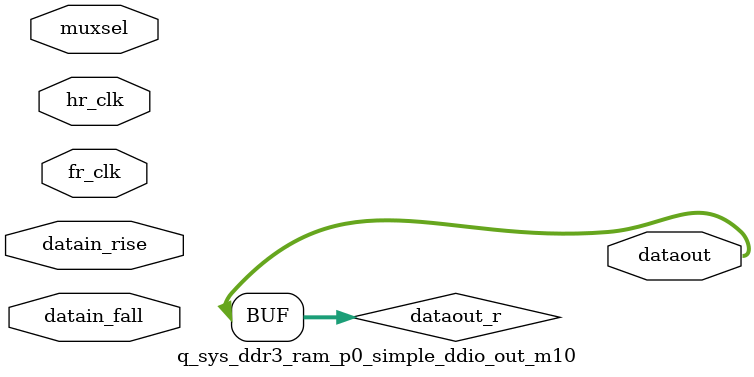
<source format=sv>




`timescale 1 ps / 1 ps

module q_sys_ddr3_ram_p0_simple_ddio_out_m10(
	hr_clk,
	fr_clk,
	datain_rise,
        datain_fall,
        muxsel,
	dataout
);

// *****************************************************************
// BEGIN PARAMETER SECTION

parameter DATA_WIDTH = ""; 

// END PARAMETER SECTION
// *****************************************************************

input	hr_clk;
input   fr_clk;
input	[DATA_WIDTH-1:0] datain_rise;
input   [DATA_WIDTH-1:0] datain_fall;
input   muxsel;
output	[DATA_WIDTH-1:0] dataout;

generate
genvar i, j;
	(* altera_attribute = {"-name ALLOW_SYNCH_CTRL_USAGE OFF"}*) reg [DATA_WIDTH-1:0] datain_r /* synthesis dont_merge syn_noprune syn_preserve = 1 */;
	(* altera_attribute = {"-name ALLOW_SYNCH_CTRL_USAGE OFF"}*) reg [DATA_WIDTH-1:0] datain_f /* synthesis dont_merge syn_noprune syn_preserve = 1 */;


        always_ff @ (posedge hr_clk )
	begin
		datain_r <= datain_rise;
	end

        always_ff @ (negedge hr_clk)
        begin
                datain_f <= datain_fall;
        end


	reg [DATA_WIDTH-1:0] dataout_r /* synthesis dont_merge syn_noprune syn_preserve = 1 */;
	for (i=0; i<DATA_WIDTH; i=i+1)
	begin: ddio_group

                always_ff @ (posedge fr_clk)
                begin
                        if (muxsel)
                        begin
			        dataout_r[i] <= datain_f;
                        end else begin
                                dataout_r[i] <= datain_r;
                        end
		end
	end
	
	assign dataout = dataout_r;
	
endgenerate
endmodule

</source>
